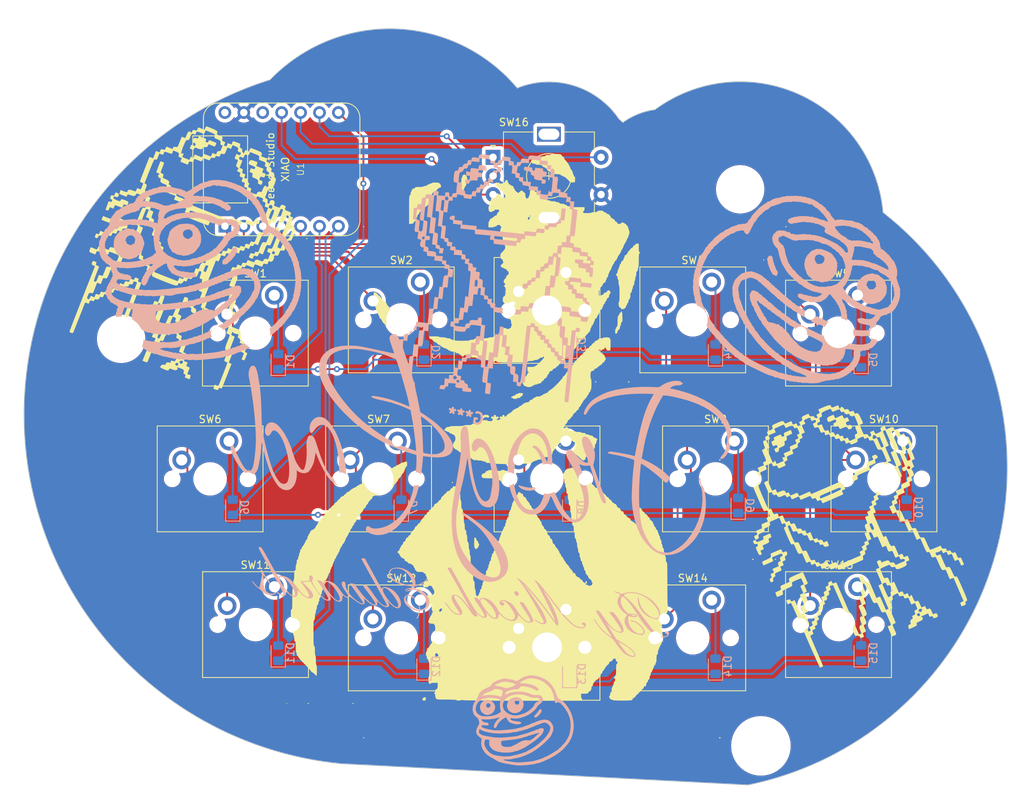
<source format=kicad_pcb>
(kicad_pcb (version 20240108) (generator "pcbnew") (generator_version "8.0")
  (title_block (title "Frogpad"))
  (layers (0 "F.Cu" signal) (31 "B.Cu" signal) (34 "B.Paste" user) (35 "F.Paste" user) (36 "B.SilkS" user "B.Silkscreen") (37 "F.SilkS" user "F.Silkscreen") (38 "B.Mask" user) (39 "F.Mask" user) (44 "Edge.Cuts" user))
  (net 0 "")
  (net 1 "Net-(D1-A)")
  (net 2 "ROW0")
  (net 3 "Net-(D2-A)")
  (net 4 "Net-(D3-A)")
  (net 5 "Net-(D4-A)")
  (net 6 "Net-(D5-A)")
  (net 7 "Net-(D6-A)")
  (net 8 "ROW1")
  (net 9 "Net-(D7-A)")
  (net 10 "Net-(D8-A)")
  (net 11 "Net-(D9-A)")
  (net 12 "Net-(D10-A)")
  (net 13 "ROW2")
  (net 14 "Net-(D11-A)")
  (net 15 "Net-(D12-A)")
  (net 16 "Net-(D13-A)")
  (net 17 "Net-(D14-A)")
  (net 18 "Net-(D15-A)")
  (net 19 "COL1")
  (net 20 "COL2")
  (net 21 "COL3")
  (net 22 "COL4")
  (net 23 "COL0")
  (net 24 "GND")
  (net 25 "EC11A")
  (net 26 "EC11SW")
  (net 27 "EC11B")
  (net 28 "VCC")
  (net 29 "3V3")
  (footprint "" (layer "F.Cu") (at 160.288155 60.96)
    (property "Reference" "" (at 0 0 0) (layer "F.SilkS") (effects (font (size 1.27 1.27))))
    (property "Value" "")
    (pad "" np_thru_hole circle (at 0 0) (size 6 6) (drill 6) (layers "F&B.Cu" "*.Mask"))
  )
  (footprint "Switch_Keyboard_Cherry_MX:SW_Cherry_MX_PCB_1.00u" (layer "F.Cu") (at 179.578 99.822)
    (property "Reference" "SW10" (at 0 -8 0) (layer "F.SilkS"))
    (property "Value" "CherryMX")
    (pad "" np_thru_hole circle (at -5.08 0) (size 1.75 1.75) (drill 1.75) (layers "*.Cu" "*.Mask"))
    (pad "" np_thru_hole circle (at 0 0) (size 4 4) (drill 4) (layers "*.Cu" "*.Mask"))
    (pad "" np_thru_hole circle (at 5.08 0) (size 1.75 1.75) (drill 1.75) (layers "*.Cu" "*.Mask"))
    (pad "1" thru_hole circle (at -3.81 -2.54) (size 2.5 2.5) (drill 1.5) (layers "*.Cu" "*.Mask") (net 22 "COL4"))
    (pad "2" thru_hole circle (at 2.54 -5.08) (size 2.5 2.5) (drill 1.5) (layers "*.Cu" "*.Mask") (net 12 "Net-(D10-A)"))
  )
  (footprint "Switch_Keyboard_Cherry_MX:SW_Cherry_MX_PCB_1.00u" (layer "F.Cu") (at 95.25 119.38)
    (property "Reference" "SW11" (at 0 -8 0) (layer "F.SilkS"))
    (property "Value" "CherryMX")
    (pad "" np_thru_hole circle (at -5.08 0) (size 1.75 1.75) (drill 1.75) (layers "*.Cu" "*.Mask"))
    (pad "" np_thru_hole circle (at 0 0) (size 4 4) (drill 4) (layers "*.Cu" "*.Mask"))
    (pad "" np_thru_hole circle (at 5.08 0) (size 1.75 1.75) (drill 1.75) (layers "*.Cu" "*.Mask"))
    (pad "1" thru_hole circle (at -3.81 -2.54) (size 2.5 2.5) (drill 1.5) (layers "*.Cu" "*.Mask") (net 23 "COL0"))
    (pad "2" thru_hole circle (at 2.54 -5.08) (size 2.5 2.5) (drill 1.5) (layers "*.Cu" "*.Mask") (net 14 "Net-(D11-A)"))
  )
  (footprint "" (layer "F.Cu") (at 77.216 81.026)
    (property "Reference" "" (at 0 0 0) (layer "F.SilkS") (effects (font (size 1.27 1.27))))
    (property "Value" "")
    (pad "" np_thru_hole circle (at 0 0) (size 6 6) (drill 6) (layers "F&B.Cu" "*.Mask"))
  )
  (footprint "Seeed Studio XIAO Series Library:XIAO-Generic-Thruhole-14P-2.54-21X17.8MM" (layer "F.Cu") (at 98.756015 58.29075 90)
    (property "Reference" "U1" (at 0 2.54 90) (layer "F.SilkS") (effects (font (size 0.889 0.889) (thickness 0.1016))))
    (property "Value" "Seeed Studio XIAO RP2040" (hide yes))
    (fp_text user "Seeed Studio" (at 0 -1.5 90) (layer "F.SilkS"))
    (fp_text user "XIAO" (at 0 0.5 90) (layer "F.SilkS"))
    (pad "1" thru_hole rect (at -7.625 -7.62 90) (size 1.7 1.7) (drill 1) (layers "*.Cu" "*.Mask") (net 23 "COL0"))
    (pad "2" thru_hole circle (at -7.625 -5.08 90) (size 1.7 1.7) (drill 1) (layers "*.Cu" "*.Mask") (net 19 "COL1"))
    (pad "3" thru_hole circle (at -7.625 -2.54 90) (size 1.7 1.7) (drill 1) (layers "*.Cu" "*.Mask") (net 20 "COL2"))
    (pad "4" thru_hole circle (at -7.625 0 90) (size 1.7 1.7) (drill 1) (layers "*.Cu" "*.Mask") (net 21 "COL3"))
    (pad "5" thru_hole circle (at -7.625 2.54 90) (size 1.7 1.7) (drill 1) (layers "*.Cu" "*.Mask") (net 22 "COL4"))
    (pad "6" thru_hole circle (at -7.625 5.08 270) (size 1.7 1.7) (drill 1) (layers "*.Cu" "*.Mask") (net 2 "ROW0"))
    (pad "7" thru_hole circle (at -7.625 7.62 90) (size 1.7 1.7) (drill 1) (layers "*.Cu" "*.Mask") (net 8 "ROW1"))
    (pad "8" thru_hole circle (at 7.625 7.62 90) (size 1.7 1.7) (drill 1) (layers "*.Cu" "*.Mask") (net 13 "ROW2"))
    (pad "9" thru_hole circle (at 7.625 5.08 90) (size 1.7 1.7) (drill 1) (layers "*.Cu" "*.Mask") (net 25 "EC11A"))
    (pad "10" thru_hole circle (at 7.625 2.54 90) (size 1.7 1.7) (drill 1) (layers "*.Cu" "*.Mask") (net 26 "EC11SW"))
    (pad "11" thru_hole circle (at 7.625 0 90) (size 1.7 1.7) (drill 1) (layers "*.Cu" "*.Mask") (net 27 "EC11B"))
    (pad "12" thru_hole circle (at 7.625 -2.54 90) (size 1.7 1.7) (drill 1) (layers "*.Cu" "*.Mask") (net 29 "3V3"))
    (pad "13" thru_hole circle (at 7.625 -5.08 90) (size 1.7 1.7) (drill 1) (layers "*.Cu" "*.Mask") (net 24 "GND"))
    (pad "14" thru_hole circle (at 7.625 -7.62 90) (size 1.7 1.7) (drill 1) (layers "*.Cu" "*.Mask") (net 28 "VCC"))
  )
  (footprint "Switch_Keyboard_Cherry_MX:SW_Cherry_MX_PCB_1.00u" (layer "F.Cu") (at 95.2246 80.264)
    (property "Reference" "SW1" (at 0 -8 0) (layer "F.SilkS"))
    (property "Value" "CherryMX")
    (pad "" np_thru_hole circle (at -5.08 0) (size 1.75 1.75) (drill 1.75) (layers "*.Cu" "*.Mask"))
    (pad "" np_thru_hole circle (at 0 0) (size 4 4) (drill 4) (layers "*.Cu" "*.Mask"))
    (pad "" np_thru_hole circle (at 5.08 0) (size 1.75 1.75) (drill 1.75) (layers "*.Cu" "*.Mask"))
    (pad "1" thru_hole circle (at -3.81 -2.54) (size 2.5 2.5) (drill 1.5) (layers "*.Cu" "*.Mask") (net 23 "COL0"))
    (pad "2" thru_hole circle (at 2.54 -5.08) (size 2.5 2.5) (drill 1.5) (layers "*.Cu" "*.Mask") (net 1 "Net-(D1-A)"))
  )
  (footprint "Switch_Keyboard_Cherry_MX:SW_Cherry_MX_PCB_1.00u" (layer "F.Cu") (at 153.924 121.158)
    (property "Reference" "SW14" (at 0 -8 0) (layer "F.SilkS"))
    (property "Value" "CherryMX")
    (pad "" np_thru_hole circle (at -5.08 0) (size 1.75 1.75) (drill 1.75) (layers "*.Cu" "*.Mask"))
    (pad "" np_thru_hole circle (at 0 0) (size 4 4) (drill 4) (layers "*.Cu" "*.Mask"))
    (pad "" np_thru_hole circle (at 5.08 0) (size 1.75 1.75) (drill 1.75) (layers "*.Cu" "*.Mask"))
    (pad "1" thru_hole circle (at -3.81 -2.54) (size 2.5 2.5) (drill 1.5) (layers "*.Cu" "*.Mask") (net 21 "COL3"))
    (pad "2" thru_hole circle (at 2.54 -5.08) (size 2.5 2.5) (drill 1.5) (layers "*.Cu" "*.Mask") (net 17 "Net-(D14-A)"))
  )
  (footprint "Switch_Keyboard_Cherry_MX:SW_Cherry_MX_PCB_1.00u" (layer "F.Cu") (at 156.972 99.822)
    (property "Reference" "SW9" (at 0 -8 0) (layer "F.SilkS"))
    (property "Value" "CherryMX")
    (pad "" np_thru_hole circle (at -5.08 0) (size 1.75 1.75) (drill 1.75) (layers "*.Cu" "*.Mask"))
    (pad "" np_thru_hole circle (at 0 0) (size 4 4) (drill 4) (layers "*.Cu" "*.Mask"))
    (pad "" np_thru_hole circle (at 5.08 0) (size 1.75 1.75) (drill 1.75) (layers "*.Cu" "*.Mask"))
    (pad "1" thru_hole circle (at -3.81 -2.54) (size 2.5 2.5) (drill 1.5) (layers "*.Cu" "*.Mask") (net 21 "COL3"))
    (pad "2" thru_hole circle (at 2.54 -5.08) (size 2.5 2.5) (drill 1.5) (layers "*.Cu" "*.Mask") (net 11 "Net-(D9-A)"))
  )
  (footprint "Switch_Keyboard_Cherry_MX:SW_Cherry_MX_PCB_1.00u" (layer "F.Cu") (at 173.482 80.264)
    (property "Reference" "SW5" (at 0 -8 0) (layer "F.SilkS"))
    (property "Value" "CherryMX")
    (pad "" np_thru_hole circle (at -5.08 0) (size 1.75 1.75) (drill 1.75) (layers "*.Cu" "*.Mask"))
    (pad "" np_thru_hole circle (at 0 0) (size 4 4) (drill 4) (layers "*.Cu" "*.Mask"))
    (pad "" np_thru_hole circle (at 5.08 0) (size 1.75 1.75) (drill 1.75) (layers "*.Cu" "*.Mask"))
    (pad "1" thru_hole circle (at -3.81 -2.54) (size 2.5 2.5) (drill 1.5) (layers "*.Cu" "*.Mask") (net 22 "COL4"))
    (pad "2" thru_hole circle (at 2.54 -5.08) (size 2.5 2.5) (drill 1.5) (layers "*.Cu" "*.Mask") (net 6 "Net-(D5-A)"))
  )
  (footprint "Rotary_Encoder:RotaryEncoder_Alps_EC11E-Switch_Vertical_H20mm" (layer "F.Cu") (at 127.12 56.67)
    (property "Reference" "SW16" (at 2.8 -4.7 0) (layer "F.SilkS"))
    (property "Value" "RotaryEncoder_Switch")
    (pad "A" thru_hole rect (at 0 0) (size 2 2) (drill 1) (layers "*.Cu" "*.Mask") (net 25 "EC11A"))
    (pad "B" thru_hole circle (at 0 5) (size 2 2) (drill 1) (layers "*.Cu" "*.Mask") (net 27 "EC11B"))
    (pad "C" thru_hole circle (at 0 2.5) (size 2 2) (drill 1) (layers "*.Cu" "*.Mask") (net 24 "GND"))
    (pad "MP" thru_hole rect (at 7.5 -3.1) (size 3.2 2) (drill oval 2.8 1.5) (layers "*.Cu" "*.Mask"))
    (pad "MP" thru_hole rect (at 7.5 8.1) (size 3.2 2) (drill oval 2.8 1.5) (layers "*.Cu" "*.Mask"))
    (pad "S1" thru_hole circle (at 14.5 5) (size 2 2) (drill 1) (layers "*.Cu" "*.Mask") (net 24 "GND"))
    (pad "S2" thru_hole circle (at 14.5 0) (size 2 2) (drill 1) (layers "*.Cu" "*.Mask") (net 26 "EC11SW"))
  )
  (footprint "Switch_Keyboard_Cherry_MX:SW_Cherry_MX_PCB_1.00u" (layer "F.Cu") (at 111.76 99.822)
    (property "Reference" "SW7" (at 0 -8 0) (layer "F.SilkS"))
    (property "Value" "CherryMX")
    (pad "" np_thru_hole circle (at -5.08 0) (size 1.75 1.75) (drill 1.75) (layers "*.Cu" "*.Mask"))
    (pad "" np_thru_hole circle (at 0 0) (size 4 4) (drill 4) (layers "*.Cu" "*.Mask"))
    (pad "" np_thru_hole circle (at 5.08 0) (size 1.75 1.75) (drill 1.75) (layers "*.Cu" "*.Mask"))
    (pad "1" thru_hole circle (at -3.81 -2.54) (size 2.5 2.5) (drill 1.5) (layers "*.Cu" "*.Mask") (net 19 "COL1"))
    (pad "2" thru_hole circle (at 2.54 -5.08) (size 2.5 2.5) (drill 1.5) (layers "*.Cu" "*.Mask") (net 9 "Net-(D7-A)"))
  )
  (footprint "Switch_Keyboard_Cherry_MX:SW_Cherry_MX_PCB_1.00u" (layer "F.Cu") (at 89.154 99.822)
    (property "Reference" "SW6" (at 0 -8 0) (layer "F.SilkS"))
    (property "Value" "CherryMX")
    (pad "" np_thru_hole circle (at -5.08 0) (size 1.75 1.75) (drill 1.75) (layers "*.Cu" "*.Mask"))
    (pad "" np_thru_hole circle (at 0 0) (size 4 4) (drill 4) (layers "*.Cu" "*.Mask"))
    (pad "" np_thru_hole circle (at 5.08 0) (size 1.75 1.75) (drill 1.75) (layers "*.Cu" "*.Mask"))
    (pad "1" thru_hole circle (at -3.81 -2.54) (size 2.5 2.5) (drill 1.5) (layers "*.Cu" "*.Mask") (net 23 "COL0"))
    (pad "2" thru_hole circle (at 2.54 -5.08) (size 2.5 2.5) (drill 1.5) (layers "*.Cu" "*.Mask") (net 7 "Net-(D6-A)"))
  )
  (footprint "Switch_Keyboard_Cherry_MX:SW_Cherry_MX_PCB_1.00u" (layer "F.Cu") (at 134.366 99.822)
    (property "Reference" "SW8" (at 0 -8 0) (layer "F.SilkS"))
    (property "Value" "CherryMX")
    (pad "" np_thru_hole circle (at -5.08 0) (size 1.75 1.75) (drill 1.75) (layers "*.Cu" "*.Mask"))
    (pad "" np_thru_hole circle (at 0 0) (size 4 4) (drill 4) (layers "*.Cu" "*.Mask"))
    (pad "" np_thru_hole circle (at 5.08 0) (size 1.75 1.75) (drill 1.75) (layers "*.Cu" "*.Mask"))
    (pad "1" thru_hole circle (at -3.81 -2.54) (size 2.5 2.5) (drill 1.5) (layers "*.Cu" "*.Mask") (net 20 "COL2"))
    (pad "2" thru_hole circle (at 2.54 -5.08) (size 2.5 2.5) (drill 1.5) (layers "*.Cu" "*.Mask") (net 10 "Net-(D8-A)"))
  )
  (footprint "Switch_Keyboard_Cherry_MX:SW_Cherry_MX_PCB_1.00u" (layer "F.Cu") (at 114.808 121.158)
    (property "Reference" "SW12" (at 0 -8 0) (layer "F.SilkS"))
    (property "Value" "CherryMX")
    (pad "" np_thru_hole circle (at -5.08 0) (size 1.75 1.75) (drill 1.75) (layers "*.Cu" "*.Mask"))
    (pad "" np_thru_hole circle (at 0 0) (size 4 4) (drill 4) (layers "*.Cu" "*.Mask"))
    (pad "" np_thru_hole circle (at 5.08 0) (size 1.75 1.75) (drill 1.75) (layers "*.Cu" "*.Mask"))
    (pad "1" thru_hole circle (at -3.81 -2.54) (size 2.5 2.5) (drill 1.5) (layers "*.Cu" "*.Mask") (net 19 "COL1"))
    (pad "2" thru_hole circle (at 2.54 -5.08) (size 2.5 2.5) (drill 1.5) (layers "*.Cu" "*.Mask") (net 15 "Net-(D12-A)"))
  )
  (footprint "LOGO" (layer "F.Cu") (at 127.762 92.202)
    (property "Reference" "G***" (at 0 0 0) (layer "F.SilkS") (effects (font (size 1.5 1.5) (thickness 0.3))))
    (property "Value" "LOGO" (hide yes))
  )
  (footprint "" (layer "F.Cu") (at 163.068 135.650155)
    (property "Reference" "" (at 0 0 0) (layer "F.SilkS") (effects (font (size 1.27 1.27))))
    (property "Value" "")
    (pad "" np_thru_hole circle (at 0 0) (size 7.5 7.5) (drill 7.5) (layers "F&B.Cu" "*.Mask"))
  )
  (footprint "Switch_Keyboard_Cherry_MX:SW_Cherry_MX_PCB_1.00u" (layer "F.Cu") (at 114.808 78.486)
    (property "Reference" "SW2" (at 0 -8 0) (layer "F.SilkS"))
    (property "Value" "CherryMX")
    (pad "" np_thru_hole circle (at -5.08 0) (size 1.75 1.75) (drill 1.75) (layers "*.Cu" "*.Mask"))
    (pad "" np_thru_hole circle (at 0 0) (size 4 4) (drill 4) (layers "*.Cu" "*.Mask"))
    (pad "" np_thru_hole circle (at 5.08 0) (size 1.75 1.75) (drill 1.75) (layers "*.Cu" "*.Mask"))
    (pad "1" thru_hole circle (at -3.81 -2.54) (size 2.5 2.5) (drill 1.5) (layers "*.Cu" "*.Mask") (net 19 "COL1"))
    (pad "2" thru_hole circle (at 2.54 -5.08) (size 2.5 2.5) (drill 1.5) (layers "*.Cu" "*.Mask") (net 3 "Net-(D2-A)"))
  )
  (footprint "Switch_Keyboard_Cherry_MX:SW_Cherry_MX_PCB_1.00u" (layer "F.Cu") (at 173.482 119.38)
    (property "Reference" "SW15" (at 0 -8 0) (layer "F.SilkS"))
    (property "Value" "CherryMX")
    (pad "" np_thru_hole circle (at -5.08 0) (size 1.75 1.75) (drill 1.75) (layers "*.Cu" "*.Mask"))
    (pad "" np_thru_hole circle (at 0 0) (size 4 4) (drill 4) (layers "*.Cu" "*.Mask"))
    (pad "" np_thru_hole circle (at 5.08 0) (size 1.75 1.75) (drill 1.75) (layers "*.Cu" "*.Mask"))
    (pad "1" thru_hole circle (at -3.81 -2.54) (size 2.5 2.5) (drill 1.5) (layers "*.Cu" "*.Mask") (net 22 "COL4"))
    (pad "2" thru_hole circle (at 2.54 -5.08) (size 2.5 2.5) (drill 1.5) (layers "*.Cu" "*.Mask") (net 18 "Net-(D15-A)"))
  )
  (footprint "Switch_Keyboard_Cherry_MX:SW_Cherry_MX_PCB_1.00u" (layer "F.Cu") (at 134.366 77.216)
    (property "Reference" "SW3" (at 0 -8 0) (layer "F.SilkS"))
    (property "Value" "CherryMX")
    (pad "" np_thru_hole circle (at -5.08 0) (size 1.75 1.75) (drill 1.75) (layers "*.Cu" "*.Mask"))
    (pad "" np_thru_hole circle (at 0 0) (size 4 4) (drill 4) (layers "*.Cu" "*.Mask"))
    (pad "" np_thru_hole circle (at 5.08 0) (size 1.75 1.75) (drill 1.75) (layers "*.Cu" "*.Mask"))
    (pad "1" thru_hole circle (at -3.81 -2.54) (size 2.5 2.5) (drill 1.5) (layers "*.Cu" "*.Mask") (net 20 "COL2"))
    (pad "2" thru_hole circle (at 2.54 -5.08) (size 2.5 2.5) (drill 1.5) (layers "*.Cu" "*.Mask") (net 4 "Net-(D3-A)"))
  )
  (footprint "Switch_Keyboard_Cherry_MX:SW_Cherry_MX_PCB_1.00u" (layer "F.Cu") (at 134.366 122.428)
    (property "Reference" "SW13" (at 0 -8 0) (layer "F.SilkS"))
    (property "Value" "CherryMX")
    (pad "" np_thru_hole circle (at -5.08 0) (size 1.75 1.75) (drill 1.75) (layers "*.Cu" "*.Mask"))
    (pad "" np_thru_hole circle (at 0 0) (size 4 4) (drill 4) (layers "*.Cu" "*.Mask"))
    (pad "" np_thru_hole circle (at 5.08 0) (size 1.75 1.75) (drill 1.75) (layers "*.Cu" "*.Mask"))
    (pad "1" thru_hole circle (at -3.81 -2.54) (size 2.5 2.5) (drill 1.5) (layers "*.Cu" "*.Mask") (net 20 "COL2"))
    (pad "2" thru_hole circle (at 2.54 -5.08) (size 2.5 2.5) (drill 1.5) (layers "*.Cu" "*.Mask") (net 16 "Net-(D13-A)"))
  )
  (footprint "Switch_Keyboard_Cherry_MX:SW_Cherry_MX_PCB_1.00u" (layer "F.Cu") (at 153.924 78.486)
    (property "Reference" "SW4" (at 0 -8 0) (layer "F.SilkS"))
    (property "Value" "CherryMX")
    (pad "" np_thru_hole circle (at -5.08 0) (size 1.75 1.75) (drill 1.75) (layers "*.Cu" "*.Mask"))
    (pad "" np_thru_hole circle (at 0 0) (size 4 4) (drill 4) (layers "*.Cu" "*.Mask"))
    (pad "" np_thru_hole circle (at 5.08 0) (size 1.75 1.75) (drill 1.75) (layers "*.Cu" "*.Mask"))
    (pad "1" thru_hole circle (at -3.81 -2.54) (size 2.5 2.5) (drill 1.5) (layers "*.Cu" "*.Mask") (net 21 "COL3"))
    (pad "2" thru_hole circle (at 2.54 -5.08) (size 2.5 2.5) (drill 1.5) (layers "*.Cu" "*.Mask") (net 5 "Net-(D4-A)"))
  )
  (footprint "Diode_SMD:D_0805_2012Metric_Pad1.15x1.40mm_HandSolder" (layer "B.Cu") (at 117.856 82.804 90)
    (property "Reference" "D2" (at 0 1.65 90) (layer "B.SilkS") (effects (justify mirror)))
    (property "Value" "D")
    (pad "1" smd roundrect (at -1.025 0 90) (size 1.15 1.4) (layers "B.Cu" "B.Paste" "B.Mask") (roundrect_rratio 0.217391) (net 2 "ROW0"))
    (pad "2" smd roundrect (at 1.025 0 90) (size 1.15 1.4) (layers "B.Cu" "B.Paste" "B.Mask") (roundrect_rratio 0.217391) (net 3 "Net-(D2-A)"))
  )
  (footprint "Diode_SMD:D_0805_2012Metric_Pad1.15x1.40mm_HandSolder" (layer "B.Cu") (at 114.808 103.641 90)
    (property "Reference" "D7" (at 0 1.65 90) (layer "B.SilkS") (effects (justify mirror)))
    (property "Value" "D")
    (pad "1" smd roundrect (at -1.025 0 90) (size 1.15 1.4) (layers "B.Cu" "B.Paste" "B.Mask") (roundrect_rratio 0.217391) (net 8 "ROW1"))
    (pad "2" smd roundrect (at 1.025 0 90) (size 1.15 1.4) (layers "B.Cu" "B.Paste" "B.Mask") (roundrect_rratio 0.217391) (net 9 "Net-(D7-A)"))
  )
  (footprint "Diode_SMD:D_0805_2012Metric_Pad1.15x1.40mm_HandSolder" (layer "B.Cu") (at 137.414 81.797 90)
    (property "Reference" "D3" (at 0 1.65 90) (layer "B.SilkS") (effects (justify mirror)))
    (property "Value" "D")
    (pad "1" smd roundrect (at -1.025 0 90) (size 1.15 1.4) (layers "B.Cu" "B.Paste" "B.Mask") (roundrect_rratio 0.217391) (net 2 "ROW0"))
    (pad "2" smd roundrect (at 1.025 0 90) (size 1.15 1.4) (layers "B.Cu" "B.Paste" "B.Mask") (roundrect_rratio 0.217391) (net 4 "Net-(D3-A)"))
  )
  (footprint "Diode_SMD:D_0805_2012Metric_Pad1.15x1.40mm_HandSolder" (layer "B.Cu") (at 98.298 84.083 90)
    (property "Reference" "D1" (at 0 1.65 90) (layer "B.SilkS") (effects (justify mirror)))
    (property "Value" "D")
    (pad "1" smd roundrect (at -1.025 0 90) (size 1.15 1.4) (layers "B.Cu" "B.Paste" "B.Mask") (roundrect_rratio 0.217391) (net 2 "ROW0"))
    (pad "2" smd roundrect (at 1.025 0 90) (size 1.15 1.4) (layers "B.Cu" "B.Paste" "B.Mask") (roundrect_rratio 0.217391) (net 1 "Net-(D1-A)"))
  )
  (footprint "Diode_SMD:D_0805_2012Metric_Pad1.15x1.40mm_HandSolder" (layer "B.Cu") (at 156.972 124.968 90)
    (property "Reference" "D14" (at 0 1.65 90) (layer "B.SilkS") (effects (justify mirror)))
    (property "Value" "D")
    (pad "1" smd roundrect (at -1.025 0 90) (size 1.15 1.4) (layers "B.Cu" "B.Paste" "B.Mask") (roundrect_rratio 0.217391) (net 13 "ROW2"))
    (pad "2" smd roundrect (at 1.025 0 90) (size 1.15 1.4) (layers "B.Cu" "B.Paste" "B.Mask") (roundrect_rratio 0.217391) (net 17 "Net-(D14-A)"))
  )
  (footprint "Diode_SMD:D_0805_2012Metric_Pad1.15x1.40mm_HandSolder" (layer "B.Cu") (at 182.626 103.641 90)
    (property "Reference" "D10" (at 0 1.65 90) (layer "B.SilkS") (effects (justify mirror)))
    (property "Value" "D")
    (pad "1" smd roundrect (at -1.025 0 90) (size 1.15 1.4) (layers "B.Cu" "B.Paste" "B.Mask") (roundrect_rratio 0.217391) (net 8 "ROW1"))
    (pad "2" smd roundrect (at 1.025 0 90) (size 1.15 1.4) (layers "B.Cu" "B.Paste" "B.Mask") (roundrect_rratio 0.217391) (net 12 "Net-(D10-A)"))
  )
  (footprint "Diode_SMD:D_0805_2012Metric_Pad1.15x1.40mm_HandSolder" (layer "B.Cu") (at 98.298 123.199 90)
    (property "Reference" "D11" (at 0 1.65 90) (layer "B.SilkS") (effects (justify mirror)))
    (property "Value" "D")
    (pad "1" smd roundrect (at -1.025 0 90) (size 1.15 1.4) (layers "B.Cu" "B.Paste" "B.Mask") (roundrect_rratio 0.217391) (net 13 "ROW2"))
    (pad "2" smd roundrect (at 1.025 0 90) (size 1.15 1.4) (layers "B.Cu" "B.Paste" "B.Mask") (roundrect_rratio 0.217391) (net 14 "Net-(D11-A)"))
  )
  (footprint "Diode_SMD:D_0805_2012Metric_Pad1.15x1.40mm_HandSolder" (layer "B.Cu") (at 176.53 83.829 90)
    (property "Reference" "D5" (at 0 1.65 90) (layer "B.SilkS") (effects (justify mirror)))
    (property "Value" "D")
    (pad "1" smd roundrect (at -1.025 0 90) (size 1.15 1.4) (layers "B.Cu" "B.Paste" "B.Mask") (roundrect_rratio 0.217391) (net 2 "ROW0"))
    (pad "2" smd roundrect (at 1.025 0 90) (size 1.15 1.4) (layers "B.Cu" "B.Paste" "B.Mask") (roundrect_rratio 0.217391) (net 6 "Net-(D5-A)"))
  )
  (footprint "Diode_SMD:D_0805_2012Metric_Pad1.15x1.40mm_HandSolder" (layer "B.Cu") (at 176.53 123.19 90)
    (property "Reference" "D15" (at 0 1.65 90) (layer "B.SilkS") (effects (justify mirror)))
    (property "Value" "D")
    (pad "1" smd roundrect (at -1.025 0 90) (size 1.15 1.4) (layers "B.Cu" "B.Paste" "B.Mask") (roundrect_rratio 0.217391) (net 13 "ROW2"))
    (pad "2" smd roundrect (at 1.025 0 90) (size 1.15 1.4) (layers "B.Cu" "B.Paste" "B.Mask") (roundrect_rratio 0.217391) (net 18 "Net-(D15-A)"))
  )
  (footprint "Diode_SMD:D_0805_2012Metric_Pad1.15x1.40mm_HandSolder" (layer "B.Cu") (at 160.02 103.387 90)
    (property "Reference" "D9" (at 0 1.65 90) (layer "B.SilkS") (effects (justify mirror)))
    (property "Value" "D")
    (pad "1" smd roundrect (at -1.025 0 90) (size 1.15 1.4) (layers "B.Cu" "B.Paste" "B.Mask") (roundrect_rratio 0.217391) (net 8 "ROW1"))
    (pad "2" smd roundrect (at 1.025 0 90) (size 1.15 1.4) (layers "B.Cu" "B.Paste" "B.Mask") (roundrect_rratio 0.217391) (net 11 "Net-(D9-A)"))
  )
  (footprint "Diode_SMD:D_0805_2012Metric_Pad1.15x1.40mm_HandSolder" (layer "B.Cu") (at 137.414 125.984 90)
    (property "Reference" "D13" (at 0 1.65 90) (layer "B.SilkS") (effects (justify mirror)))
    (property "Value" "D")
    (pad "1" smd roundrect (at -1.025 0 90) (size 1.15 1.4) (layers "B.Cu" "B.Paste" "B.Mask") (roundrect_rratio 0.217391) (net 13 "ROW2"))
    (pad "2" smd roundrect (at 1.025 0 90) (size 1.15 1.4) (layers "B.Cu" "B.Paste" "B.Mask") (roundrect_rratio 0.217391) (net 16 "Net-(D13-A)"))
  )
  (footprint "Diode_SMD:D_0805_2012Metric_Pad1.15x1.40mm_HandSolder" (layer "B.Cu") (at 92.202 103.632 90)
    (property "Reference" "D6" (at 0 1.65 90) (layer "B.SilkS") (effects (justify mirror)))
    (property "Value" "D")
    (pad "1" smd roundrect (at -1.025 0 90) (size 1.15 1.4) (layers "B.Cu" "B.Paste" "B.Mask") (roundrect_rratio 0.217391) (net 8 "ROW1"))
    (pad "2" smd roundrect (at 1.025 0 90) (size 1.15 1.4) (layers "B.Cu" "B.Paste" "B.Mask") (roundrect_rratio 0.217391) (net 7 "Net-(D6-A)"))
  )
  (footprint "Diode_SMD:D_0805_2012Metric_Pad1.15x1.40mm_HandSolder" (layer "B.Cu") (at 137.414 103.641 90)
    (property "Reference" "D8" (at 0 1.65 90) (layer "B.SilkS") (effects (justify mirror)))
    (property "Value" "D")
    (pad "1" smd roundrect (at -1.025 0 90) (size 1.15 1.4) (layers "B.Cu" "B.Paste" "B.Mask") (roundrect_rratio 0.217391) (net 8 "ROW1"))
    (pad "2" smd roundrect (at 1.025 0 90) (size 1.15 1.4) (layers "B.Cu" "B.Paste" "B.Mask") (roundrect_rratio 0.217391) (net 10 "Net-(D8-A)"))
  )
  (footprint "Diode_SMD:D_0805_2012Metric_Pad1.15x1.40mm_HandSolder" (layer "B.Cu") (at 156.972 82.813 90)
    (property "Reference" "D4" (at 0 1.65 90) (layer "B.SilkS") (effects (justify mirror)))
    (property "Value" "D")
    (pad "1" smd roundrect (at -1.025 0 90) (size 1.15 1.4) (layers "B.Cu" "B.Paste" "B.Mask") (roundrect_rratio 0.217391) (net 2 "ROW0"))
    (pad "2" smd roundrect (at 1.025 0 90) (size 1.15 1.4) (layers "B.Cu" "B.Paste" "B.Mask") (roundrect_rratio 0.217391) (net 5 "Net-(D4-A)"))
  )
  (footprint "Diode_SMD:D_0805_2012Metric_Pad1.15x1.40mm_HandSolder" (layer "B.Cu") (at 117.856 124.968 90)
    (property "Reference" "D12" (at 0 1.65 90) (layer "B.SilkS") (effects (justify mirror)))
    (property "Value" "D")
    (pad "1" smd roundrect (at -1.025 0 90) (size 1.15 1.4) (layers "B.Cu" "B.Paste" "B.Mask") (roundrect_rratio 0.217391) (net 13 "ROW2"))
    (pad "2" smd roundrect (at 1.025 0 90) (size 1.15 1.4) (layers "B.Cu" "B.Paste" "B.Mask") (roundrect_rratio 0.217391) (net 15 "Net-(D12-A)"))
  )
  (footprint "LOGO" (layer "B.Cu") (at 123.451932 91.446538 170)
    (property "Reference" "G***" (at 0 0 170) (layer "B.SilkS") (effects (font (size 1.5 1.5) (thickness 0.3)) (justify mirror)))
    (property "Value" "LOGO" (hide yes))
  )
  (gr_arc (start 179.477871 64.064274) (mid 194.981441 108.290788) (end 161.335001 140.913822) (stroke (width 0.1)) (layer "Edge.Cuts"))
  (gr_line (start 144.05086 51.549326) (end 144.549312 51.973999) (stroke (width 0.1)) (layer "Edge.Cuts"))
  (gr_arc (start 148.838128 50.262668) (mid 168.192746 48.206282) (end 179.477871 64.064274) (stroke (width 0.1)) (layer "Edge.Cuts"))
  (gr_arc (start 144.549312 51.973999) (mid 146.588312 50.854167) (end 148.838128 50.262669) (stroke (width 0.1)) (layer "Edge.Cuts"))
  (gr_arc (start 97.193681 46.249581) (mid 114.029703 39.411956) (end 130.37157 47.358536) (stroke (width 0.1)) (layer "Edge.Cuts"))
  (gr_arc (start 130.37157 47.358536) (mid 137.952428 47.034515) (end 144.05086 51.549326) (stroke (width 0.1)) (layer "Edge.Cuts"))
  (gr_arc (start 106.898397 138.068453) (mid 64.42865 96.134954) (end 97.19368 46.24958) (stroke (width 0.1)) (layer "Edge.Cuts"))
  (gr_line (start 161.335001 140.913822) (end 106.898397 138.068453) (stroke (width 0.1)) (layer "Edge.Cuts"))
  (segment (start 98.298 83.058) (end 98.298 75.7174) (width 0.25) (layer "B.Cu") (net 1))
  (segment (start 98.298 75.7174) (end 97.7646 75.184) (width 0.25) (layer "B.Cu") (net 1))
  (segment (start 103.614 85.108) (end 103.632 85.09) (width 0.25) (layer "F.Cu") (net 2))
  (segment (start 103.632 85.09) (end 106.172 85.09) (width 0.25) (layer "F.Cu") (net 2))
  (via (at 103.614 85.108) (size 0.8) (drill 0.4) (layers "F.Cu" "B.Cu") (net 2))
  (via (at 106.172 85.09) (size 0.8) (drill 0.4) (layers "F.Cu" "B.Cu") (net 2))
  (segment (start 137.414 82.822) (end 147.084 82.822) (width 0.25) (layer "B.Cu") (net 2))
  (segment (start 99.042 85.108) (end 98.298 85.108) (width 0.25) (layer "B.Cu") (net 2))
  (segment (start 156.972 83.838) (end 167.114 83.838) (width 0.25) (layer "B.Cu") (net 2))
  (segment (start 111.261 83.829) (end 117.856 83.829) (width 0.25) (layer "B.Cu") (net 2))
  (segment (start 103.632 85.09) (end 103.614 85.108) (width 0.25) (layer "B.Cu") (net 2))
  (segment (start 111.252 83.82) (end 111.261 83.829) (width 0.25) (layer "B.Cu") (net 2))
  (segment (start 167.114 83.838) (end 168.13 84.854) (width 0.25) (layer "B.Cu") (net 2))
  (segment (start 109.982 85.09) (end 111.252 83.82) (width 0.25) (layer "B.Cu") (net 2))
  (segment (start 98.298 85.108) (end 103.614 85.108) (width 0.25) (layer "B.Cu") (net 2))
  (segment (start 148.1 83.838) (end 156.972 83.838) (width 0.25) (layer "B.Cu") (net 2))
  (segment (start 168.13 84.854) (end 176.53 84.854) (width 0.25) (layer "B.Cu") (net 2))
  (segment (start 127.753 83.829) (end 117.856 83.829) (width 0.25) (layer "B.Cu") (net 2))
  (segment (start 156.455 83.3831) (end 156.455 83.82) (width 0.25) (layer "B.Cu") (net 2))
  (segment (start 128.76 82.822) (end 127.753 83.829) (width 0.25) (layer "B.Cu") (net 2))
  (segment (start 104.14 71.12) (end 103.836015 70.816015) (width 0.25) (layer "B.Cu") (net 2))
  (segment (start 104.14 80.01) (end 99.042 85.108) (width 0.25) (layer "B.Cu") (net 2))
  (segment (start 176.53 84.582) (end 176.022 85.09) (width 0.25) (layer "B.Cu") (net 2))
  (segment (start 106.172 85.09) (end 109.982 85.09) (width 0.25) (layer "B.Cu") (net 2))
  (segment (start 147.084 82.822) (end 148.1 83.838) (width 0.25) (layer "B.Cu") (net 2))
  (segment (start 104.14 71.12) (end 104.14 80.01) (width 0.25) (layer "B.Cu") (net 2))
  (segment (start 103.836015 70.816015) (end 103.836015 65.91575) (width 0.25) (layer "B.Cu") (net 2))
  (segment (start 137.414 82.822) (end 128.76 82.822) (width 0.25) (layer "B.Cu") (net 2))
  (segment (start 117.856 73.914) (end 117.348 73.406) (width 0.25) (layer "B.Cu") (net 3))
  (segment (start 117.856 81.779) (end 117.856 73.914) (width 0.25) (layer "B.Cu") (net 3))
  (segment (start 137.414 80.772) (end 137.414 72.644) (width 0.25) (layer "B.Cu") (net 4))
  (segment (start 137.414 72.644) (end 136.906 72.136) (width 0.25) (layer "B.Cu") (net 4))
  (segment (start 156.972 81.788) (end 156.972 73.914) (width 0.25) (layer "B.Cu") (net 5))
  (segment (start 156.972 73.914) (end 156.464 73.406) (width 0.25) (layer "B.Cu") (net 5))
  (segment (start 176.53 75.692) (end 176.022 75.184) (width 0.25) (layer "B.Cu") (net 6))
  (segment (start 176.53 82.804) (end 176.53 75.692) (width 0.25) (layer "B.Cu") (net 6))
  (segment (start 92.202 102.607) (end 92.202 95.25) (width 0.25) (layer "B.Cu") (net 7))
  (segment (start 92.202 95.25) (end 91.694 94.742) (width 0.25) (layer "B.Cu") (net 7))
  (segment (start 103.632 104.648) (end 106.426 104.648) (width 0.25) (layer "F.Cu") (net 8))
  (via (at 103.632 104.648) (size 0.8) (drill 0.4) (layers "F.Cu" "B.Cu") (net 8))
  (via (at 106.426 104.648) (size 0.8) (drill 0.4) (layers "F.Cu" "B.Cu") (net 8))
  (segment (start 92.202 104.657) (end 92.202 104.648) (width 0.25) (layer "B.Cu") (net 8))
  (segment (start 147.302 104.666) (end 147.556 104.412) (width 0.25) (layer "B.Cu") (net 8))
  (segment (start 147.556 104.412) (end 160.02 104.412) (width 0.25) (layer "B.Cu") (net 8))
  (segment (start 103.623 104.657) (end 103.632 104.648) (width 0.25) (layer "B.Cu") (net 8))
  (segment (start 104.648 67.643765) (end 106.376015 65.91575) (width 0.25) (layer "B.Cu") (net 8))
  (segment (start 92.202 104.648) (end 104.648 92.202) (width 0.25) (layer "B.Cu") (net 8))
  (segment (start 106.444 104.666) (end 114.808 104.666) (width 0.25) (layer "B.Cu") (net 8))
  (segment (start 172.738 104.412) (end 172.992 104.666) (width 0.25) (layer "B.Cu") (net 8))
  (segment (start 92.202 104.657) (end 103.623 104.657) (width 0.25) (layer "B.Cu") (net 8))
  (segment (start 160.02 104.412) (end 172.738 104.412) (width 0.25) (layer "B.Cu") (net 8))
  (segment (start 172.992 104.666) (end 182.626 104.666) (width 0.25) (layer "B.Cu") (net 8))
  (segment (start 160.02 104.122) (end 159.494 104.648) (width 0.25) (layer "B.Cu") (net 8))
  (segment (start 106.426 104.648) (end 106.444 104.666) (width 0.25) (layer "B.Cu") (net 8))
  (segment (start 104.648 92.202) (end 104.648 67.643765) (width 0.25) (layer "B.Cu") (net 8))
  (segment (start 137.414 104.666) (end 147.302 104.666) (width 0.25) (layer "B.Cu") (net 8))
  (segment (start 114.808 104.666) (end 137.414 104.666) (width 0.25) (layer "B.Cu") (net 8))
  (segment (start 114.808 95.25) (end 114.3 94.742) (width 0.25) (layer "B.Cu") (net 9))
  (segment (start 114.808 102.616) (end 114.808 95.25) (width 0.25) (layer "B.Cu") (net 9))
  (segment (start 137.414 95.25) (end 136.906 94.742) (width 0.25) (layer "B.Cu") (net 10))
  (segment (start 137.414 102.616) (end 137.414 95.25) (width 0.25) (layer "B.Cu") (net 10))
  (segment (start 160.02 95.25) (end 159.512 94.742) (width 0.25) (layer "B.Cu") (net 11))
  (segment (start 160.02 102.362) (end 160.02 95.25) (width 0.25) (layer "B.Cu") (net 11))
  (segment (start 182.626 95.25) (end 182.118 94.742) (width 0.25) (layer "B.Cu") (net 12))
  (segment (start 182.626 102.616) (end 182.626 95.25) (width 0.25) (layer "B.Cu") (net 12))
  (segment (start 109.728 54.017735) (end 106.376015 50.66575) (width 0.25) (layer "F.Cu") (net 13))
  (segment (start 109.728 60.198) (end 109.728 54.017735) (width 0.25) (layer "F.Cu") (net 13))
  (via (at 109.728 60.198) (size 0.8) (drill 0.4) (layers "F.Cu" "B.Cu") (net 13))
  (segment (start 109.728 60.198) (end 109.728 67.818) (width 0.25) (layer "B.Cu") (net 13))
  (segment (start 105.156 117.366) (end 98.298 124.224) (width 0.25) (layer "B.Cu") (net 13))
  (segment (start 137.414 127.009) (end 142.739 127.009) (width 0.25) (layer "B.Cu") (net 13))
  (segment (start 143.764 125.984) (end 144.018 125.984) (width 0.25) (layer "B.Cu") (net 13))
  (segment (start 164.583 125.993) (end 166.37 124.206) (width 0.25) (layer "B.Cu") (net 13))
  (segment (start 144.027 125.993) (end 156.972 125.993) (width 0.25) (layer "B.Cu") (net 13))
  (segment (start 128.787 125.993) (end 129.803 127.009) (width 0.25) (layer "B.Cu") (net 13))
  (segment (start 156.972 125.993) (end 164.583 125.993) (width 0.25) (layer "B.Cu") (net 13))
  (segment (start 109.728 67.818) (end 105.156 72.39) (width 0.25) (layer "B.Cu") (net 13))
  (segment (start 105.156 72.39) (end 105.156 117.366) (width 0.25) (layer "B.Cu") (net 13))
  (segment (start 144.018 125.984) (end 144.027 125.993) (width 0.25) (layer "B.Cu") (net 13))
  (segment (start 142.739 127.009) (end 143.764 125.984) (width 0.25) (layer "B.Cu") (net 13))
  (segment (start 166.379 124.215) (end 176.53 124.215) (width 0.25) (layer "B.Cu") (net 13))
  (segment (start 129.803 127.009) (end 137.414 127.009) (width 0.25) (layer "B.Cu") (net 13))
  (segment (start 117.856 125.993) (end 128.787 125.993) (width 0.25) (layer "B.Cu") (net 13))
  (segment (start 112.286 124.224) (end 114.055 125.993) (width 0.25) (layer "B.Cu") (net 13))
  (segment (start 98.298 124.224) (end 112.286 124.224) (width 0.25) (layer "B.Cu") (net 13))
  (segment (start 166.37 124.206) (end 166.379 124.215) (width 0.25) (layer "B.Cu") (net 13))
  (segment (start 114.055 125.993) (end 117.856 125.993) (width 0.25) (layer "B.Cu") (net 13))
  (segment (start 98.298 122.174) (end 98.298 114.808) (width 0.25) (layer "B.Cu") (net 14))
  (segment (start 98.298 114.808) (end 97.79 114.3) (width 0.25) (layer "B.Cu") (net 14))
  (segment (start 117.856 123.943) (end 117.856 116.586) (width 0.25) (layer "B.Cu") (net 15))
  (segment (start 117.856 116.586) (end 117.348 116.078) (width 0.25) (layer "B.Cu") (net 15))
  (segment (start 137.414 124.959) (end 137.414 117.856) (width 0.25) (layer "B.Cu") (net 16))
  (segment (start 137.414 117.856) (end 136.906 117.348) (width 0.25) (layer "B.Cu") (net 16))
  (segment (start 156.972 123.943) (end 156.972 116.586) (width 0.25) (layer "B.Cu") (net 17))
  (segment (start 156.972 116.586) (end 156.464 116.078) (width 0.25) (layer "B.Cu") (net 17))
  (segment (start 176.53 122.165) (end 176.53 114.808) (width 0.25) (layer "B.Cu") (net 18))
  (segment (start 176.53 114.808) (end 176.022 114.3) (width 0.25) (layer "B.Cu") (net 18))
  (segment (start 110.998 75.946) (end 111.76 76.708) (width 0.25) (layer "F.Cu") (net 19))
  (segment (start 93.676015 68.276015) (end 93.676015 65.91575) (width 0.25) (layer "F.Cu") (net 19))
  (segment (start 108.712 106.934) (end 110.998 109.22) (width 0.25) (layer "F.Cu") (net 19))
  (segment (start 111.035 94.197) (end 107.95 97.282) (width 0.25) (layer "F.Cu") (net 19))
  (segment (start 110.998 75.692) (end 105.156 69.85) (width 0.25) (layer "F.Cu") (net 19))
  (segment (start 105.156 69.85) (end 95.25 69.85) (width 0.25) (layer "F.Cu") (net 19))
  (segment (start 108.712 98.044) (end 108.712 106.934) (width 0.25) (layer "F.Cu") (net 19))
  (segment (start 111.76 76.708) (end 111.76 82.794695) (width 0.25) (layer "F.Cu") (net 19))
  (segment (start 110.998 75.946) (end 110.998 75.692) (width 0.25) (layer "F.Cu") (net 19))
  (segment (start 111.035 83.519695) (end 111.035 94.197) (width 0.25) (layer "F.Cu") (net 19))
  (segment (start 95.25 69.85) (end 93.676015 68.276015) (width 0.25) (layer "F.Cu") (net 19))
  (segment (start 111.76 82.794695) (end 111.035 83.519695) (width 0.25) (layer "F.Cu") (net 19))
  (segment (start 107.95 97.282) (end 108.712 98.044) (width 0.25) (layer "F.Cu") (net 19))
  (segment (start 110.998 109.22) (end 110.998 118.618) (width 0.25) (layer "F.Cu") (net 19))
  (segment (start 130.556 97.282) (end 131.318 98.044) (width 0.25) (layer "F.Cu") (net 20))
  (segment (start 127.508 71.628) (end 109.982 71.628) (width 0.25) (layer "F.Cu") (net 20))
  (segment (start 131.318 119.126) (end 130.556 119.888) (width 0.25) (layer "F.Cu") (net 20))
  (segment (start 109.982 71.628) (end 107.696 69.342) (width 0.25) (layer "F.Cu") (net 20))
  (segment (start 131.318 98.044) (end 131.318 119.126) (width 0.25) (layer "F.Cu") (net 20))
  (segment (start 97.536 69.342) (end 96.216015 68.022015) (width 0.25) (layer "F.Cu") (net 20))
  (segment (start 131.064 96.774) (end 130.556 97.282) (width 0.25) (layer "F.Cu") (net 20))
  (segment (start 130.556 74.676) (end 131.064 75.184) (width 0.25) (layer "F.Cu") (net 20))
  (segment (start 107.696 69.342) (end 97.536 69.342) (width 0.25) (layer "F.Cu") (net 20))
  (segment (start 131.064 75.184) (end 131.064 96.774) (width 0.25) (layer "F.Cu") (net 20))
  (segment (start 96.216015 68.022015) (end 96.216015 65.91575) (width 0.25) (layer "F.Cu") (net 20))
  (segment (start 130.556 74.676) (end 127.508 71.628) (width 0.25) (layer "F.Cu") (net 20))
  (segment (start 150.3495 84.8175) (end 150.3495 76.1815) (width 0.25) (layer "F.Cu") (net 21))
  (segment (start 151.892 102.87) (end 153.67 101.092) (width 0.25) (layer "F.Cu") (net 21))
  (segment (start 151.892 116.84) (end 151.892 102.87) (width 0.25) (layer "F.Cu") (net 21))
  (segment (start 100.076 68.834) (end 110.49 68.834) (width 0.25) (layer "F.Cu") (net 21))
  (segment (start 98.756015 65.91575) (end 98.756015 67.514015) (width 0.25) (layer "F.Cu") (net 21))
  (segment (start 150.114 118.618) (end 151.892 116.84) (width 0.25) (layer "F.Cu") (net 21))
  (segment (start 110.49 68.834) (end 111.76 70.104) (width 0.25) (layer "F.Cu") (net 21))
  (segment (start 111.76 70.104) (end 144.78 70.104) (width 0.25) (layer "F.Cu") (net 21))
  (segment (start 98.756015 67.514015) (end 100.076 68.834) (width 0.25) (layer "F.Cu") (net 21))
  (segment (start 153.162 87.63) (end 150.3495 84.8175) (width 0.25) (layer "F.Cu") (net 21))
  (segment (start 153.162 97.282) (end 153.162 87.63) (width 0.25) (layer "F.Cu") (net 21))
  (segment (start 153.67 97.79) (end 153.162 97.282) (width 0.25) (layer "F.Cu") (net 21))
  (segment (start 150.3495 76.1815) (end 150.114 75.946) (width 0.25) (layer "F.Cu") (net 21))
  (segment (start 144.78 70.104) (end 150.114 75.438) (width 0.25) (layer "F.Cu") (net 21))
  (segment (start 153.67 101.092) (end 153.67 97.79) (width 0.25) (layer "F.Cu") (net 21))
  (segment (start 161.544 69.596) (end 169.672 77.724) (width 0.25) (layer "F.Cu") (net 22))
  (segment (start 170.434 91.948) (end 175.768 97.282) (width 0.25) (layer "F.Cu") (net 22))
  (segment (start 112.776 68.326) (end 114.046 69.596) (width 0.25) (layer "F.Cu") (net 22))
  (segment (start 169.672 101.610234) (end 169.672 116.84) (width 0.25) (layer "F.Cu") (net 22))
  (segment (start 169.672 77.724) (end 170.434 78.486) (width 0.25) (layer "F.Cu") (net 22))
  (segment (start 114.046 69.596) (end 161.544 69.596) (width 0.25) (layer "F.Cu") (net 22))
  (segment (start 170.434 78.486) (end 170.434 91.948) (width 0.25) (layer "F.Cu") (net 22))
  (segment (start 101.296015 65.91575) (end 101.296015 67.260015) (width 0.25) (layer "F.Cu") (net 22))
  (segment (start 102.362 68.326) (end 112.776 68.326) (width 0.25) (layer "F.Cu") (net 22))
  (segment (start 174.000234 97.282) (end 169.672 101.610234) (width 0.25) (layer "F.Cu") (net 22))
  (segment (start 175.768 97.282) (end 174.000234 97.282) (width 0.25) (layer "F.Cu") (net 22))
  (segment (start 101.296015 67.260015) (end 102.362 68.326) (width 0.25) (layer "F.Cu") (net 22))
  (segment (start 86.106 109.44225) (end 91.44 114.77625) (width 0.25) (layer "F.Cu") (net 23))
  (segment (start 86.106 90.1065) (end 86.106 109.44225) (width 0.25) (layer "F.Cu") (net 23))
  (segment (start 91.4146 77.724) (end 92.202 78.5114) (width 0.25) (layer "F.Cu") (net 23))
  (segment (start 91.4146 77.724) (end 91.4146 66.194335) (width 0.25) (layer "F.Cu") (net 23))
  (segment (start 91.4146 66.194335) (end 91.136015 65.91575) (width 0.25) (layer "F.Cu") (net 23))
  (segment (start 91.44 114.77625) (end 91.44 116.84) (width 0.25) (layer "F.Cu") (net 23))
  (segment (start 92.202 84.0105) (end 86.106 90.1065) (width 0.25) (layer "F.Cu") (net 23))
  (segment (start 90.932 77.2414) (end 91.4146 77.724) (width 0.25) (layer "F.Cu") (net 23))
  (segment (start 92.202 78.5114) (end 92.202 84.0105) (width 0.25) (layer "F.Cu") (net 23))
  (segment (start 120.904 53.848) (end 123.726 56.67) (width 0.25) (layer "F.Cu") (net 25))
  (segment (start 123.726 56.67) (end 127.12 56.67) (width 0.25) (layer "F.Cu") (net 25))
  (via (at 120.904 53.848) (size 0.8) (drill 0.4) (layers "F.Cu" "B.Cu") (net 25))
  (segment (start 103.836015 52.528015) (end 103.836015 50.66575) (width 0.25) (layer "B.Cu") (net 25))
  (segment (start 105.156 53.848) (end 103.836015 52.528015) (width 0.25) (layer "B.Cu") (net 25))
  (segment (start 120.904 53.848) (end 105.156 53.848) (width 0.25) (layer "B.Cu") (net 25))
  (segment (start 129.54 54.864) (end 102.87 54.864) (width 0.25) (layer "B.Cu") (net 26))
  (segment (start 101.296015 53.290015) (end 101.296015 50.66575) (width 0.25) (layer "B.Cu") (net 26))
  (segment (start 131.346 56.67) (end 129.54 54.864) (width 0.25) (layer "B.Cu") (net 26))
  (segment (start 141.62 56.67) (end 131.346 56.67) (width 0.25) (layer "B.Cu") (net 26))
  (segment (start 102.87 54.864) (end 101.296015 53.290015) (width 0.25) (layer "B.Cu") (net 26))
  (segment (start 118.872 56.896) (end 123.646 61.67) (width 0.25) (layer "F.Cu") (net 27))
  (segment (start 123.646 61.67) (end 127.12 61.67) (width 0.25) (layer "F.Cu") (net 27))
  (via (at 118.872 56.896) (size 0.8) (drill 0.4) (layers "F.Cu" "B.Cu") (net 27))
  (segment (start 100.584 56.896) (end 98.756015 55.068015) (width 0.25) (layer "B.Cu") (net 27))
  (segment (start 118.872 56.896) (end 100.584 56.896) (width 0.25) (layer "B.Cu") (net 27))
  (segment (start 98.756015 55.068015) (end 98.756015 50.66575) (width 0.25) (layer "B.Cu") (net 27))
  (zone (net 24) (net_name "GND") (layers "F&B.Cu") (name "GND Plane") (connect_pads (clearance 0.5)) (min_thickness 0.25) (fill yes (thermal_gap 0.5) (thermal_bridge_width 0.5))
    (polygon (pts (xy 60.96 35.56) (xy 198.374 35.56) (xy 198.374 142.24) (xy 60.96 142.24)))
  )
)
</source>
